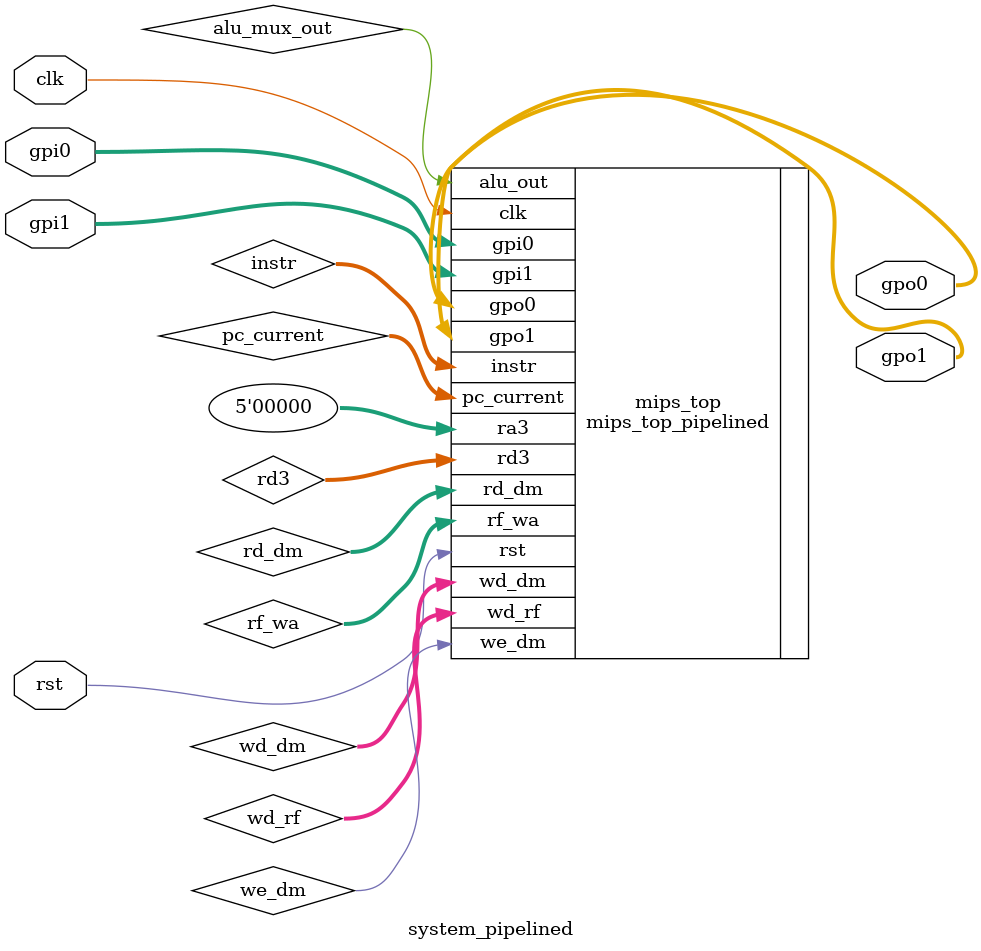
<source format=v>
module system_pipelined(
    input wire clk,
    input wire rst,
    input wire [31:0] gpi0,
    input wire [31:0] gpi1,
    output wire [31:0] gpo0,
    output wire [31:0] gpo1
);

// wire [4:0] ra3,
// wire [31:0] gpi0,
wire we_dm;
wire [31:0] pc_current;
wire [31:0] instr;
wire [31:0] alu_out;
wire [31:0] wd_dm;
wire [31:0] rd_dm;
wire [31:0] rd3;
wire [31:0] wd_rf;
wire [4:0] rf_wa;

mips_top_pipelined mips_top (
    .clk (clk),
    .rst (rst),
    .ra3 (5'b00000),
    .gpi0 (gpi0),
    .gpi1 (gpi1),
    .gpo0 (gpo0),
    .gpo1 (gpo1),
    .we_dm (we_dm),
    .pc_current (pc_current),
    .instr (instr),
    .alu_out (alu_mux_out),
    .wd_dm (wd_dm),
    .rd_dm (rd_dm),
    .rd3 (rd3),
    .wd_rf (wd_rf),
    .rf_wa (rf_wa)
);

endmodule
</source>
